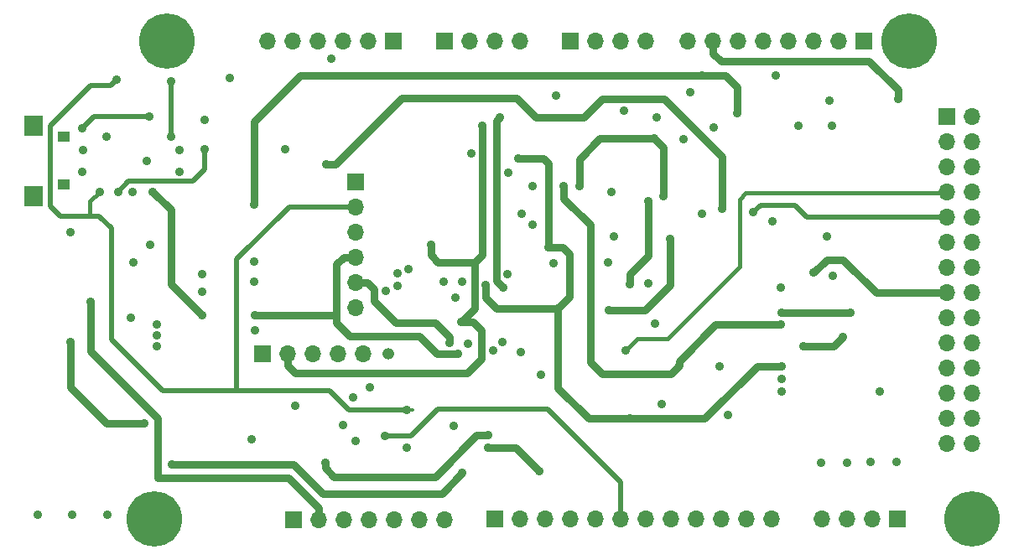
<source format=gbr>
G04 #@! TF.GenerationSoftware,KiCad,Pcbnew,5.0.2-bee76a0~70~ubuntu16.04.1*
G04 #@! TF.CreationDate,2019-03-07T08:45:19+05:30*
G04 #@! TF.ProjectId,PSLab,50534c61-622e-46b6-9963-61645f706362,v5.1*
G04 #@! TF.SameCoordinates,Original*
G04 #@! TF.FileFunction,Copper,L3,Inr*
G04 #@! TF.FilePolarity,Positive*
%FSLAX46Y46*%
G04 Gerber Fmt 4.6, Leading zero omitted, Abs format (unit mm)*
G04 Created by KiCad (PCBNEW 5.0.2-bee76a0~70~ubuntu16.04.1) date Thu 07 Mar 2019 08:45:19 +0530*
%MOMM*%
%LPD*%
G01*
G04 APERTURE LIST*
G04 #@! TA.AperFunction,ViaPad*
%ADD10R,1.700000X1.700000*%
G04 #@! TD*
G04 #@! TA.AperFunction,ViaPad*
%ADD11O,1.700000X1.700000*%
G04 #@! TD*
G04 #@! TA.AperFunction,ViaPad*
%ADD12O,1.200000X1.200000*%
G04 #@! TD*
G04 #@! TA.AperFunction,ViaPad*
%ADD13C,5.600000*%
G04 #@! TD*
G04 #@! TA.AperFunction,ViaPad*
%ADD14R,1.900000X2.000000*%
G04 #@! TD*
G04 #@! TA.AperFunction,ViaPad*
%ADD15R,1.250000X1.050000*%
G04 #@! TD*
G04 #@! TA.AperFunction,ViaPad*
%ADD16C,0.914400*%
G04 #@! TD*
G04 #@! TA.AperFunction,Conductor*
%ADD17C,0.762000*%
G04 #@! TD*
G04 #@! TA.AperFunction,Conductor*
%ADD18C,0.304800*%
G04 #@! TD*
G04 #@! TA.AperFunction,Conductor*
%ADD19C,0.508000*%
G04 #@! TD*
G04 #@! TA.AperFunction,Conductor*
%ADD20C,0.406400*%
G04 #@! TD*
G04 APERTURE END LIST*
D10*
G04 #@! TO.N,GND*
G04 #@! TO.C,J6*
X134130000Y-62800000D03*
D11*
G04 #@! TO.N,3.3V*
X136670000Y-62800000D03*
G04 #@! TO.N,SCL*
X139210000Y-62800000D03*
G04 #@! TO.N,SDA*
X141750000Y-62800000D03*
G04 #@! TD*
D10*
G04 #@! TO.N,3.3V*
G04 #@! TO.C,J16*
X146830000Y-62800000D03*
D11*
G04 #@! TO.N,GND*
X149370000Y-62800000D03*
G04 #@! TO.N,SCL*
X151910000Y-62800000D03*
G04 #@! TO.N,SDA*
X154450000Y-62800000D03*
G04 #@! TD*
D10*
G04 #@! TO.N,IDD*
G04 #@! TO.C,J3*
X179840000Y-111040000D03*
D11*
G04 #@! TO.N,IDC*
X177300000Y-111040000D03*
G04 #@! TO.N,IDB*
X174760000Y-111040000D03*
G04 #@! TO.N,IDA*
X172220000Y-111040000D03*
G04 #@! TD*
D10*
G04 #@! TO.N,GND*
G04 #@! TO.C,J4*
X139200000Y-111040000D03*
D11*
G04 #@! TO.N,SINE1*
X141740000Y-111040000D03*
G04 #@! TO.N,GND*
X144280000Y-111040000D03*
G04 #@! TO.N,SINE2*
X146820000Y-111040000D03*
G04 #@! TO.N,GND*
X149360000Y-111040000D03*
G04 #@! TO.N,SQR1*
X151900000Y-111040000D03*
G04 #@! TO.N,GND*
X154440000Y-111040000D03*
G04 #@! TO.N,SQR2*
X156980000Y-111040000D03*
G04 #@! TO.N,GND*
X159520000Y-111040000D03*
G04 #@! TO.N,SQR3*
X162060000Y-111040000D03*
G04 #@! TO.N,GND*
X164600000Y-111040000D03*
G04 #@! TO.N,SQR4*
X167140000Y-111040000D03*
G04 #@! TD*
D10*
G04 #@! TO.N,AN8*
G04 #@! TO.C,J2*
X184890000Y-70410000D03*
D11*
G04 #@! TO.N,GND*
X187430000Y-70410000D03*
G04 #@! TO.N,SEN*
X184890000Y-72950000D03*
G04 #@! TO.N,GND*
X187430000Y-72950000D03*
G04 #@! TO.N,CAP*
X184890000Y-75490000D03*
G04 #@! TO.N,GND*
X187430000Y-75490000D03*
G04 #@! TO.N,FCin*
X184890000Y-78030000D03*
G04 #@! TO.N,GND*
X187430000Y-78030000D03*
G04 #@! TO.N,MIC*
X184890000Y-80570000D03*
G04 #@! TO.N,GND*
X187430000Y-80570000D03*
G04 #@! TO.N,CH3.GAIN*
X184890000Y-83110000D03*
G04 #@! TO.N,GND*
X187430000Y-83110000D03*
G04 #@! TO.N,CH3*
X184890000Y-85650000D03*
G04 #@! TO.N,GND*
X187430000Y-85650000D03*
G04 #@! TO.N,CH2*
X184890000Y-88190000D03*
G04 #@! TO.N,GND*
X187430000Y-88190000D03*
G04 #@! TO.N,CH1*
X184890000Y-90730000D03*
G04 #@! TO.N,GND*
X187430000Y-90730000D03*
G04 #@! TO.N,ACH1*
X184890000Y-93270000D03*
G04 #@! TO.N,GND*
X187430000Y-93270000D03*
G04 #@! TO.N,IDD*
X184890000Y-95810000D03*
G04 #@! TO.N,GND*
X187430000Y-95810000D03*
G04 #@! TO.N,IDC*
X184890000Y-98350000D03*
G04 #@! TO.N,GND*
X187430000Y-98350000D03*
G04 #@! TO.N,IDB*
X184890000Y-100890000D03*
G04 #@! TO.N,GND*
X187430000Y-100890000D03*
G04 #@! TO.N,IDA*
X184890000Y-103430000D03*
G04 #@! TO.N,GND*
X187430000Y-103430000D03*
G04 #@! TD*
D10*
G04 #@! TO.N,MCLR*
G04 #@! TO.C,J1*
X115820000Y-94340000D03*
D11*
G04 #@! TO.N,3.3V*
X118360000Y-94340000D03*
G04 #@! TO.N,GND*
X120900000Y-94340000D03*
G04 #@! TO.N,PGD2*
X123440000Y-94340000D03*
G04 #@! TO.N,PGC2*
X125980000Y-94340000D03*
D12*
G04 #@! TO.N,N/C*
X128520000Y-94340000D03*
G04 #@! TD*
D10*
G04 #@! TO.N,N/C*
G04 #@! TO.C,J5*
X125170000Y-76950000D03*
D11*
G04 #@! TO.N,+5V*
X125170000Y-79490000D03*
G04 #@! TO.N,GND*
X125170000Y-82030000D03*
G04 #@! TO.N,TxD*
X125170000Y-84570000D03*
G04 #@! TO.N,RxD*
X125170000Y-87110000D03*
G04 #@! TO.N,N/C*
X125170000Y-89650000D03*
G04 #@! TD*
D10*
G04 #@! TO.N,GND*
G04 #@! TO.C,J7*
X118880000Y-111090000D03*
D11*
G04 #@! TO.N,/ESPROG*
X121420000Y-111090000D03*
G04 #@! TO.N,RxD*
X123960000Y-111090000D03*
G04 #@! TO.N,TxD*
X126500000Y-111090000D03*
G04 #@! TO.N,GND*
X129040000Y-111090000D03*
G04 #@! TO.N,+5V*
X131580000Y-111090000D03*
G04 #@! TO.N,3.3V*
X134120000Y-111090000D03*
G04 #@! TD*
D10*
G04 #@! TO.N,PVS1*
G04 #@! TO.C,J8*
X176530000Y-62800000D03*
D11*
G04 #@! TO.N,GND*
X173990000Y-62800000D03*
G04 #@! TO.N,PVS2*
X171450000Y-62800000D03*
G04 #@! TO.N,GND*
X168910000Y-62800000D03*
G04 #@! TO.N,PVS3*
X166370000Y-62800000D03*
G04 #@! TO.N,GND*
X163830000Y-62800000D03*
G04 #@! TO.N,PCS*
X161290000Y-62800000D03*
G04 #@! TO.N,GND*
X158750000Y-62800000D03*
G04 #@! TD*
D13*
G04 #@! TO.N,GND*
G04 #@! TO.C,MH1*
X104880000Y-111020000D03*
G04 #@! TD*
G04 #@! TO.N,GND*
G04 #@! TO.C,MH2*
X181090000Y-62780000D03*
G04 #@! TD*
G04 #@! TO.N,GND*
G04 #@! TO.C,MH3*
X106150000Y-62770000D03*
G04 #@! TD*
G04 #@! TO.N,GND*
G04 #@! TO.C,MH4*
X187420000Y-111010000D03*
G04 #@! TD*
D14*
G04 #@! TO.N,GND*
G04 #@! TO.C,CON1*
X92700000Y-78406250D03*
X92700000Y-71293750D03*
D15*
X95700000Y-77275000D03*
X95700000Y-72425000D03*
G04 #@! TD*
D10*
G04 #@! TO.N,3.3V*
G04 #@! TO.C,J9*
X129030000Y-62800000D03*
D11*
G04 #@! TO.N,GND*
X126490000Y-62800000D03*
G04 #@! TO.N,SCK*
X123950000Y-62800000D03*
G04 #@! TO.N,SDO*
X121410000Y-62800000D03*
G04 #@! TO.N,SDI*
X118870000Y-62800000D03*
G04 #@! TO.N,CS*
X116330000Y-62800000D03*
G04 #@! TD*
D16*
G04 #@! TO.N,GND*
X112465000Y-66480000D03*
X162760000Y-100480000D03*
X136570000Y-93300000D03*
X136850000Y-74110000D03*
X156910000Y-82700000D03*
X150740000Y-89920000D03*
X156230000Y-78410000D03*
X170370000Y-93540000D03*
X147760000Y-77420000D03*
X155310000Y-72590000D03*
X159010000Y-67910000D03*
X174350000Y-92650000D03*
X104130000Y-74865600D03*
X109950000Y-70675000D03*
X93090000Y-110570000D03*
X102755000Y-85075000D03*
X100030000Y-72400000D03*
G04 #@! TO.N,+5V*
X135050000Y-101580000D03*
X101020000Y-66680000D03*
X130330000Y-100040000D03*
X130320000Y-103850000D03*
X99340000Y-77980000D03*
G04 #@! TO.N,AVdd*
X141630000Y-74640000D03*
X168200000Y-95610000D03*
X145600000Y-89800000D03*
X152890000Y-100890000D03*
X144640000Y-83590000D03*
X138300000Y-87420000D03*
G04 #@! TO.N,V+*
X114970000Y-79230000D03*
X160190000Y-66250000D03*
X163700000Y-70050000D03*
X119100000Y-99560000D03*
X96530000Y-110570000D03*
G04 #@! TO.N,V-*
X173290000Y-71320000D03*
X122750000Y-64530000D03*
X100090000Y-110570000D03*
X124950000Y-98775000D03*
G04 #@! TO.N,SCK*
X135230000Y-88650000D03*
X168200000Y-96860000D03*
X114990000Y-91970000D03*
G04 #@! TO.N,SCL*
X152250000Y-69800000D03*
X134060000Y-87080000D03*
G04 #@! TO.N,SDA*
X135960000Y-87060000D03*
X155600000Y-70450000D03*
G04 #@! TO.N,SDO*
X178080000Y-98150000D03*
X130530000Y-85800000D03*
X130530000Y-85800000D03*
X168170000Y-98150000D03*
X105090000Y-92470000D03*
G04 #@! TO.N,/ID1*
X139070000Y-94010000D03*
X172150000Y-105350000D03*
G04 #@! TO.N,/ID2*
X140010000Y-93130000D03*
X174790000Y-105310000D03*
G04 #@! TO.N,/ID3*
X177210000Y-105260000D03*
X141830000Y-94180000D03*
G04 #@! TO.N,/ID4*
X179830000Y-105280000D03*
X143880000Y-96440000D03*
G04 #@! TO.N,PVS3*
X161330000Y-71500000D03*
G04 #@! TO.N,PCS*
X179930000Y-68600000D03*
G04 #@! TO.N,/ETxD*
X109710000Y-88070000D03*
G04 #@! TO.N,/ERxD*
X104460000Y-83320000D03*
G04 #@! TO.N,/MTxD*
X104710000Y-77974400D03*
X109710000Y-90480000D03*
G04 #@! TO.N,/MRxD*
X102670000Y-77974400D03*
X109710000Y-86330000D03*
G04 #@! TO.N,Net-(C11-Pad1)*
X118080000Y-73690000D03*
X109950000Y-73690000D03*
X101190000Y-77990000D03*
G04 #@! TO.N,VR-*
X145390000Y-68240000D03*
X156050000Y-99410000D03*
X154720000Y-87230000D03*
G04 #@! TO.N,VR+*
X122240000Y-75210000D03*
X162210000Y-79690000D03*
X168120000Y-87620000D03*
X161905000Y-95595000D03*
G04 #@! TO.N,Net-(R16-Pad1)*
X168150000Y-91410000D03*
X146200000Y-77420000D03*
X157890000Y-95500000D03*
G04 #@! TO.N,Net-(R19-Pad2)*
X167620000Y-66240000D03*
X173060000Y-68780000D03*
G04 #@! TO.N,CH1out*
X145130000Y-85220000D03*
X173370000Y-86430000D03*
G04 #@! TO.N,AN8*
X140550000Y-86300000D03*
G04 #@! TO.N,MIC*
X165360000Y-80070000D03*
G04 #@! TO.N,/I/O Processing/DAC4*
X169900000Y-71320000D03*
X158330000Y-72660000D03*
G04 #@! TO.N,SQ4*
X135980000Y-106400000D03*
X106620000Y-105480000D03*
G04 #@! TO.N,CH1*
X167250000Y-80940000D03*
G04 #@! TO.N,ACH1*
X172760000Y-82460000D03*
G04 #@! TO.N,CH2*
X171440000Y-86130000D03*
X155420000Y-91290000D03*
G04 #@! TO.N,CH3*
X151240000Y-82460000D03*
G04 #@! TO.N,Net-(R33-Pad2)*
X154710000Y-78900000D03*
X152890000Y-87270000D03*
G04 #@! TO.N,Net-(U11-Pad3)*
X175100000Y-90150000D03*
X168170000Y-90160000D03*
G04 #@! TO.N,Net-(R14-Pad2)*
X160190000Y-80170000D03*
X150660000Y-85140000D03*
G04 #@! TO.N,SINE1*
X114680000Y-102950000D03*
G04 #@! TO.N,SQ3*
X138570000Y-102580000D03*
X122130000Y-105380000D03*
G04 #@! TO.N,SINE2*
X125210000Y-103170000D03*
G04 #@! TO.N,CH3.GAIN*
X151020000Y-77990000D03*
G04 #@! TO.N,FCin*
X152430000Y-93990000D03*
G04 #@! TO.N,MCLR*
X139750000Y-70440000D03*
X140070000Y-87630000D03*
G04 #@! TO.N,SQR3*
X138580000Y-103850000D03*
X143750000Y-106220000D03*
G04 #@! TO.N,SQR1*
X128180000Y-102670000D03*
G04 #@! TO.N,SEN*
X143040000Y-77390000D03*
G04 #@! TO.N,CAP*
X141980000Y-80180000D03*
G04 #@! TO.N,RxD*
X134650000Y-93250000D03*
X114980000Y-87040000D03*
X123955000Y-101525000D03*
G04 #@! TO.N,TxD*
X135550000Y-94350000D03*
X114990000Y-90480000D03*
G04 #@! TO.N,/ESPROG*
X98440000Y-89120000D03*
G04 #@! TO.N,SDI*
X129430000Y-86200000D03*
X114970000Y-85000000D03*
G04 #@! TO.N,3.3V*
X143070000Y-81270000D03*
X140610000Y-76020000D03*
X135870000Y-91120000D03*
X137990000Y-71320000D03*
X132770000Y-83310000D03*
X106580000Y-72410000D03*
X106600000Y-66800000D03*
X103840000Y-101400000D03*
X96366239Y-93163761D03*
X105090000Y-91370000D03*
X96366239Y-82090000D03*
G04 #@! TO.N,VBus*
X97600000Y-71600000D03*
X104350000Y-70390000D03*
G04 #@! TO.N,D-*
X97687522Y-73750000D03*
X107390000Y-73750000D03*
G04 #@! TO.N,D+*
X97600000Y-75950000D03*
X107390000Y-75950000D03*
G04 #@! TO.N,CS.CH3*
X126640000Y-97750000D03*
X105090000Y-93580000D03*
G04 #@! TO.N,CS*
X129430000Y-87500000D03*
X129430000Y-87500000D03*
G04 #@! TO.N,SW*
X128230000Y-88000000D03*
X102490000Y-90680000D03*
G04 #@! TD*
D17*
G04 #@! TO.N,GND*
X156230000Y-78410000D02*
X156230000Y-73510000D01*
X156230000Y-73510000D02*
X155310000Y-72590000D01*
X147760000Y-77420000D02*
X147760000Y-74680000D01*
X147760000Y-74680000D02*
X149850000Y-72590000D01*
X149850000Y-72590000D02*
X155310000Y-72590000D01*
X170370000Y-93540000D02*
X173460000Y-93540000D01*
X173460000Y-93540000D02*
X174350000Y-92650000D01*
X150740000Y-89920000D02*
X154390000Y-89920000D01*
X154390000Y-89920000D02*
X156910000Y-87400000D01*
X156910000Y-87400000D02*
X156910000Y-82700000D01*
D18*
G04 #@! TO.N,+5V*
X130330000Y-100040000D02*
X130963090Y-100040000D01*
D19*
X94360000Y-79450000D02*
X95390000Y-80480000D01*
X100430000Y-67270000D02*
X98410000Y-67270000D01*
X101020000Y-66680000D02*
X100430000Y-67270000D01*
X98410000Y-67270000D02*
X94360000Y-71320000D01*
X94360000Y-71320000D02*
X94360000Y-79450000D01*
X122571418Y-98070000D02*
X124541418Y-100040000D01*
X124541418Y-100040000D02*
X130330000Y-100040000D01*
X113170000Y-98070000D02*
X122571418Y-98070000D01*
X95390000Y-80480000D02*
X98370000Y-80480000D01*
X98370000Y-80480000D02*
X98900000Y-80480000D01*
D20*
X98370000Y-80430000D02*
X98420000Y-80480000D01*
X98370000Y-78950000D02*
X98370000Y-80430000D01*
X98420000Y-80480000D02*
X98900000Y-80480000D01*
X99340000Y-77980000D02*
X98370000Y-78950000D01*
D19*
X105680000Y-98070000D02*
X113170000Y-98070000D01*
X98900000Y-80480000D02*
X99310000Y-80480000D01*
X100510000Y-81680000D02*
X100510000Y-92900000D01*
X99310000Y-80480000D02*
X100510000Y-81680000D01*
X100510000Y-92900000D02*
X105680000Y-98070000D01*
X113200000Y-98040000D02*
X113170000Y-98070000D01*
X113200000Y-84805000D02*
X113200000Y-98040000D01*
X118515000Y-79490000D02*
X113200000Y-84805000D01*
X125170000Y-79490000D02*
X118515000Y-79490000D01*
D17*
G04 #@! TO.N,AVdd*
X145600000Y-89800000D02*
X145600000Y-97780000D01*
X145600000Y-97780000D02*
X148710000Y-100890000D01*
X148710000Y-100890000D02*
X152890000Y-100890000D01*
X152890000Y-100890000D02*
X160440000Y-100890000D01*
X160440000Y-100890000D02*
X165720000Y-95610000D01*
X165720000Y-95610000D02*
X168200000Y-95610000D01*
X141630000Y-74640000D02*
X144170000Y-74640000D01*
X144170000Y-74640000D02*
X144640000Y-75110000D01*
X144640000Y-75110000D02*
X144640000Y-83590000D01*
X144640000Y-83590000D02*
X146070000Y-83590000D01*
X146070000Y-83590000D02*
X146780000Y-84300000D01*
X146780000Y-88620000D02*
X145600000Y-89800000D01*
X146780000Y-84300000D02*
X146780000Y-88620000D01*
X139430000Y-89800000D02*
X145600000Y-89800000D01*
X138300000Y-88670000D02*
X139430000Y-89800000D01*
X138300000Y-87420000D02*
X138300000Y-88670000D01*
G04 #@! TO.N,V+*
X160190000Y-66250000D02*
X162560000Y-66250000D01*
D18*
X160190000Y-66250000D02*
X160190000Y-66220000D01*
X160190000Y-66220000D02*
X160190000Y-66250000D01*
X160190000Y-66250000D02*
X160190000Y-66220000D01*
D17*
X114970000Y-75920000D02*
X114970000Y-79230000D01*
X114970000Y-79230000D02*
X114970000Y-75920000D01*
X162560000Y-66250000D02*
X163700000Y-67390000D01*
X163700000Y-67390000D02*
X163700000Y-70050000D01*
X160190000Y-66250000D02*
X119630000Y-66250000D01*
X114970000Y-70910000D02*
X114970000Y-79230000D01*
X119630000Y-66250000D02*
X114970000Y-70910000D01*
G04 #@! TO.N,PCS*
X161290000Y-64002081D02*
X162087919Y-64800000D01*
X161290000Y-62800000D02*
X161290000Y-64002081D01*
X162087919Y-64800000D02*
X177030000Y-64800000D01*
X179930000Y-67700000D02*
X179930000Y-68600000D01*
X177030000Y-64800000D02*
X179930000Y-67700000D01*
G04 #@! TO.N,/MTxD*
X106530000Y-79794400D02*
X104710000Y-77974400D01*
X106530000Y-87300000D02*
X106530000Y-79794400D01*
X109710000Y-90480000D02*
X106530000Y-87300000D01*
D19*
G04 #@! TO.N,Net-(C11-Pad1)*
X101190000Y-77990000D02*
X102250000Y-76930000D01*
X102250000Y-76930000D02*
X108745000Y-76930000D01*
X108745000Y-76930000D02*
X109950000Y-75725000D01*
X109950000Y-75725000D02*
X109950000Y-73690000D01*
G04 #@! TO.N,VR+*
X122210000Y-75180000D02*
X122210000Y-75256387D01*
X122260000Y-75180000D02*
X122210000Y-75180000D01*
D20*
X122240000Y-75210000D02*
X122210000Y-75256387D01*
D19*
X151180000Y-68620000D02*
X156350000Y-68620000D01*
X140370000Y-68620000D02*
X137410000Y-68620000D01*
D17*
X122240000Y-75210000D02*
X123120000Y-75210000D01*
X123120000Y-75210000D02*
X129805000Y-68525000D01*
X129805000Y-68525000D02*
X141480000Y-68525000D01*
X141480000Y-68525000D02*
X143380000Y-70425000D01*
X143380000Y-70425000D02*
X148255000Y-70425000D01*
X150060000Y-68620000D02*
X156350000Y-68620000D01*
X148255000Y-70425000D02*
X150060000Y-68620000D01*
X162210000Y-74480000D02*
X156350000Y-68620000D01*
X162210000Y-79690000D02*
X162210000Y-74480000D01*
G04 #@! TO.N,Net-(R16-Pad1)*
X157890000Y-95500000D02*
X157890000Y-95060000D01*
X161540000Y-91410000D02*
X168150000Y-91410000D01*
X157890000Y-95060000D02*
X161540000Y-91410000D01*
X146200000Y-77420000D02*
X146200000Y-78640000D01*
X157000000Y-96390000D02*
X157890000Y-95500000D01*
X150090000Y-96390000D02*
X157000000Y-96390000D01*
X148860000Y-95160000D02*
X150090000Y-96390000D01*
X148860000Y-81300000D02*
X148860000Y-95160000D01*
X146200000Y-78640000D02*
X148860000Y-81300000D01*
D19*
G04 #@! TO.N,MIC*
X166070000Y-79360000D02*
X165360000Y-80070000D01*
X169540000Y-79360000D02*
X166070000Y-79360000D01*
X170750000Y-80570000D02*
X169540000Y-79360000D01*
X184920000Y-80570000D02*
X170750000Y-80570000D01*
D20*
G04 #@! TO.N,SQ4*
X135930000Y-106400000D02*
X135980000Y-106400000D01*
D17*
X135930000Y-106400000D02*
X135980000Y-106400000D01*
X118910000Y-105480000D02*
X106620000Y-105480000D01*
X121880000Y-108450000D02*
X118910000Y-105480000D01*
X133880000Y-108450000D02*
X121880000Y-108450000D01*
X135930000Y-106400000D02*
X133880000Y-108450000D01*
D20*
G04 #@! TO.N,CH2*
X177760000Y-88190000D02*
X184920000Y-88190000D01*
D17*
X174390000Y-84820000D02*
X177760000Y-88190000D01*
X172750000Y-84820000D02*
X174390000Y-84820000D01*
X171440000Y-86130000D02*
X172750000Y-84820000D01*
X177760000Y-88190000D02*
X184890000Y-88190000D01*
G04 #@! TO.N,Net-(R33-Pad2)*
X152890000Y-87270000D02*
X152890000Y-86260000D01*
X152890000Y-86260000D02*
X154710000Y-84440000D01*
X154710000Y-84440000D02*
X154710000Y-78900000D01*
G04 #@! TO.N,Net-(U11-Pad3)*
X168180000Y-90150000D02*
X168170000Y-90160000D01*
X175100000Y-90150000D02*
X168180000Y-90150000D01*
G04 #@! TO.N,SQ3*
X122130000Y-105380000D02*
X122130000Y-105890000D01*
X137370000Y-102580000D02*
X138570000Y-102580000D01*
X133190000Y-106760000D02*
X137370000Y-102580000D01*
X123000000Y-106760000D02*
X133190000Y-106760000D01*
X122130000Y-105890000D02*
X123000000Y-106760000D01*
D20*
G04 #@! TO.N,FCin*
X164530000Y-78120000D02*
X184830000Y-78120000D01*
X163930000Y-78720000D02*
X164530000Y-78120000D01*
X184830000Y-78120000D02*
X184920000Y-78030000D01*
X163930000Y-81870000D02*
X163930000Y-78720000D01*
X163930000Y-85510000D02*
X163930000Y-81870000D01*
X156660000Y-92780000D02*
X163930000Y-85510000D01*
X153640000Y-92780000D02*
X156660000Y-92780000D01*
X152430000Y-93990000D02*
X153640000Y-92780000D01*
D17*
G04 #@! TO.N,MCLR*
X140070000Y-87630000D02*
X139380000Y-86940000D01*
X139380000Y-86940000D02*
X139380000Y-70810000D01*
X139380000Y-70810000D02*
X139750000Y-70440000D01*
G04 #@! TO.N,SQR3*
X141380000Y-103850000D02*
X143750000Y-106220000D01*
X138580000Y-103850000D02*
X141380000Y-103850000D01*
D19*
G04 #@! TO.N,SQR1*
X151970000Y-111030000D02*
X151970000Y-107320000D01*
X151970000Y-107320000D02*
X144590000Y-99940000D01*
X144590000Y-99940000D02*
X133480000Y-99940000D01*
X130750000Y-102670000D02*
X128180000Y-102670000D01*
X133480000Y-99940000D02*
X130750000Y-102670000D01*
D18*
G04 #@! TO.N,RxD*
X124890000Y-86830000D02*
X125170000Y-87110000D01*
D17*
X126372081Y-87110000D02*
X127040000Y-87777919D01*
X125170000Y-87110000D02*
X126372081Y-87110000D01*
X127040000Y-88980000D02*
X129270000Y-91210000D01*
X127040000Y-87777919D02*
X127040000Y-88980000D01*
X133256578Y-91210000D02*
X129270000Y-91210000D01*
X134650000Y-92603422D02*
X133256578Y-91210000D01*
X134650000Y-93250000D02*
X134650000Y-92603422D01*
D18*
G04 #@! TO.N,TxD*
X134903422Y-94350000D02*
X135550000Y-94350000D01*
X134616910Y-94350000D02*
X134903422Y-94350000D01*
X114990000Y-90480000D02*
X115636578Y-90480000D01*
D17*
X123967919Y-84570000D02*
X123250000Y-85287919D01*
X125170000Y-84570000D02*
X123967919Y-84570000D01*
X123250000Y-91220000D02*
X124630000Y-92600000D01*
X124630000Y-92600000D02*
X131640000Y-92600000D01*
X133390000Y-94350000D02*
X135550000Y-94350000D01*
X131640000Y-92600000D02*
X133390000Y-94350000D01*
X123220000Y-90480000D02*
X123250000Y-90450000D01*
X114990000Y-90480000D02*
X123220000Y-90480000D01*
X123250000Y-90450000D02*
X123250000Y-91220000D01*
X123250000Y-85287919D02*
X123250000Y-90450000D01*
G04 #@! TO.N,/ESPROG*
X118392081Y-106860000D02*
X121420000Y-109887919D01*
X121420000Y-109887919D02*
X121420000Y-111090000D01*
X98440000Y-89120000D02*
X98440000Y-94080000D01*
X98440000Y-94080000D02*
X105230000Y-100870000D01*
X105230000Y-100870000D02*
X105230000Y-106860000D01*
X105230000Y-106860000D02*
X118392081Y-106860000D01*
D18*
G04 #@! TO.N,3.3V*
X137990000Y-74075601D02*
X137990000Y-71966578D01*
X137990000Y-71966578D02*
X137990000Y-71320000D01*
D19*
X106580000Y-66820000D02*
X106600000Y-66800000D01*
X106580000Y-72410000D02*
X106580000Y-66820000D01*
D17*
X96366239Y-97696239D02*
X96366239Y-93163761D01*
X100070000Y-101400000D02*
X96366239Y-97696239D01*
X103840000Y-101400000D02*
X100070000Y-101400000D01*
X137060000Y-91120000D02*
X135870000Y-91120000D01*
X137870000Y-91930000D02*
X137060000Y-91120000D01*
X137870000Y-94820000D02*
X137870000Y-91930000D01*
X136430000Y-96260000D02*
X137870000Y-94820000D01*
X118360000Y-94340000D02*
X118360000Y-95542081D01*
X118360000Y-95542081D02*
X119077919Y-96260000D01*
X119077919Y-96260000D02*
X136430000Y-96260000D01*
X137990000Y-84310000D02*
X137190000Y-85110000D01*
X137990000Y-71320000D02*
X137990000Y-84310000D01*
X137190000Y-85110000D02*
X133490000Y-85110000D01*
X132770000Y-84390000D02*
X132770000Y-83310000D01*
X133490000Y-85110000D02*
X132770000Y-84390000D01*
X137190000Y-89800000D02*
X135870000Y-91120000D01*
X137190000Y-85110000D02*
X137190000Y-89800000D01*
D19*
G04 #@! TO.N,VBus*
X98810000Y-70390000D02*
X97600000Y-71600000D01*
X104350000Y-70390000D02*
X98810000Y-70390000D01*
G04 #@! TD*
M02*

</source>
